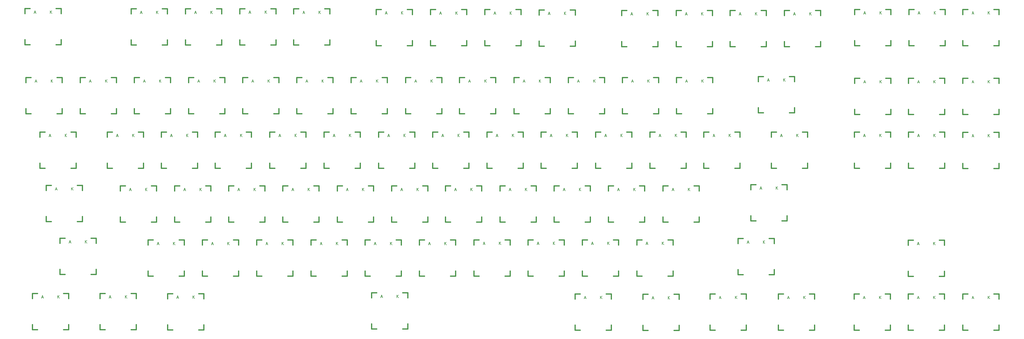
<source format=gbr>
G04 #@! TF.FileFunction,Legend,Top*
%FSLAX46Y46*%
G04 Gerber Fmt 4.6, Leading zero omitted, Abs format (unit mm)*
G04 Created by KiCad (PCBNEW 4.0.7) date Thu Sep  6 10:03:13 2018*
%MOMM*%
%LPD*%
G01*
G04 APERTURE LIST*
%ADD10C,0.150000*%
%ADD11C,0.381000*%
G04 APERTURE END LIST*
D10*
D11*
X101050000Y-39950000D02*
X99272000Y-39950000D01*
X90128000Y-39950000D02*
X88350000Y-39950000D01*
X88350000Y-39950000D02*
X88350000Y-38172000D01*
X88350000Y-29028000D02*
X88350000Y-27250000D01*
X88350000Y-27250000D02*
X90128000Y-27250000D01*
X99272000Y-27250000D02*
X101050000Y-27250000D01*
X101050000Y-27250000D02*
X101050000Y-29028000D01*
X101050000Y-38172000D02*
X101050000Y-39950000D01*
X120100000Y-39900000D02*
X118322000Y-39900000D01*
X109178000Y-39900000D02*
X107400000Y-39900000D01*
X107400000Y-39900000D02*
X107400000Y-38122000D01*
X107400000Y-28978000D02*
X107400000Y-27200000D01*
X107400000Y-27200000D02*
X109178000Y-27200000D01*
X118322000Y-27200000D02*
X120100000Y-27200000D01*
X120100000Y-27200000D02*
X120100000Y-28978000D01*
X120100000Y-38122000D02*
X120100000Y-39900000D01*
X139000000Y-39950000D02*
X137222000Y-39950000D01*
X128078000Y-39950000D02*
X126300000Y-39950000D01*
X126300000Y-39950000D02*
X126300000Y-38172000D01*
X126300000Y-29028000D02*
X126300000Y-27250000D01*
X126300000Y-27250000D02*
X128078000Y-27250000D01*
X137222000Y-27250000D02*
X139000000Y-27250000D01*
X139000000Y-27250000D02*
X139000000Y-29028000D01*
X139000000Y-38172000D02*
X139000000Y-39950000D01*
X167900000Y-40150000D02*
X166122000Y-40150000D01*
X156978000Y-40150000D02*
X155200000Y-40150000D01*
X155200000Y-40150000D02*
X155200000Y-38372000D01*
X155200000Y-29228000D02*
X155200000Y-27450000D01*
X155200000Y-27450000D02*
X156978000Y-27450000D01*
X166122000Y-27450000D02*
X167900000Y-27450000D01*
X167900000Y-27450000D02*
X167900000Y-29228000D01*
X167900000Y-38372000D02*
X167900000Y-40150000D01*
X187000000Y-40200000D02*
X185222000Y-40200000D01*
X176078000Y-40200000D02*
X174300000Y-40200000D01*
X174300000Y-40200000D02*
X174300000Y-38422000D01*
X174300000Y-29278000D02*
X174300000Y-27500000D01*
X174300000Y-27500000D02*
X176078000Y-27500000D01*
X185222000Y-27500000D02*
X187000000Y-27500000D01*
X187000000Y-27500000D02*
X187000000Y-29278000D01*
X187000000Y-38422000D02*
X187000000Y-40200000D01*
X206000000Y-40200000D02*
X204222000Y-40200000D01*
X195078000Y-40200000D02*
X193300000Y-40200000D01*
X193300000Y-40200000D02*
X193300000Y-38422000D01*
X193300000Y-29278000D02*
X193300000Y-27500000D01*
X193300000Y-27500000D02*
X195078000Y-27500000D01*
X204222000Y-27500000D02*
X206000000Y-27500000D01*
X206000000Y-27500000D02*
X206000000Y-29278000D01*
X206000000Y-38422000D02*
X206000000Y-40200000D01*
X225050000Y-40300000D02*
X223272000Y-40300000D01*
X214128000Y-40300000D02*
X212350000Y-40300000D01*
X212350000Y-40300000D02*
X212350000Y-38522000D01*
X212350000Y-29378000D02*
X212350000Y-27600000D01*
X212350000Y-27600000D02*
X214128000Y-27600000D01*
X223272000Y-27600000D02*
X225050000Y-27600000D01*
X225050000Y-27600000D02*
X225050000Y-29378000D01*
X225050000Y-38522000D02*
X225050000Y-40300000D01*
X254050000Y-40500000D02*
X252272000Y-40500000D01*
X243128000Y-40500000D02*
X241350000Y-40500000D01*
X241350000Y-40500000D02*
X241350000Y-38722000D01*
X241350000Y-29578000D02*
X241350000Y-27800000D01*
X241350000Y-27800000D02*
X243128000Y-27800000D01*
X252272000Y-27800000D02*
X254050000Y-27800000D01*
X254050000Y-27800000D02*
X254050000Y-29578000D01*
X254050000Y-38722000D02*
X254050000Y-40500000D01*
X273150000Y-40500000D02*
X271372000Y-40500000D01*
X262228000Y-40500000D02*
X260450000Y-40500000D01*
X260450000Y-40500000D02*
X260450000Y-38722000D01*
X260450000Y-29578000D02*
X260450000Y-27800000D01*
X260450000Y-27800000D02*
X262228000Y-27800000D01*
X271372000Y-27800000D02*
X273150000Y-27800000D01*
X273150000Y-27800000D02*
X273150000Y-29578000D01*
X273150000Y-38722000D02*
X273150000Y-40500000D01*
X292050000Y-40500000D02*
X290272000Y-40500000D01*
X281128000Y-40500000D02*
X279350000Y-40500000D01*
X279350000Y-40500000D02*
X279350000Y-38722000D01*
X279350000Y-29578000D02*
X279350000Y-27800000D01*
X279350000Y-27800000D02*
X281128000Y-27800000D01*
X290272000Y-27800000D02*
X292050000Y-27800000D01*
X292050000Y-27800000D02*
X292050000Y-29578000D01*
X292050000Y-38722000D02*
X292050000Y-40500000D01*
X311100000Y-40500000D02*
X309322000Y-40500000D01*
X300178000Y-40500000D02*
X298400000Y-40500000D01*
X298400000Y-40500000D02*
X298400000Y-38722000D01*
X298400000Y-29578000D02*
X298400000Y-27800000D01*
X298400000Y-27800000D02*
X300178000Y-27800000D01*
X309322000Y-27800000D02*
X311100000Y-27800000D01*
X311100000Y-27800000D02*
X311100000Y-29578000D01*
X311100000Y-38722000D02*
X311100000Y-40500000D01*
X335750000Y-40150000D02*
X333972000Y-40150000D01*
X324828000Y-40150000D02*
X323050000Y-40150000D01*
X323050000Y-40150000D02*
X323050000Y-38372000D01*
X323050000Y-29228000D02*
X323050000Y-27450000D01*
X323050000Y-27450000D02*
X324828000Y-27450000D01*
X333972000Y-27450000D02*
X335750000Y-27450000D01*
X335750000Y-27450000D02*
X335750000Y-29228000D01*
X335750000Y-38372000D02*
X335750000Y-40150000D01*
X354750000Y-40150000D02*
X352972000Y-40150000D01*
X343828000Y-40150000D02*
X342050000Y-40150000D01*
X342050000Y-40150000D02*
X342050000Y-38372000D01*
X342050000Y-29228000D02*
X342050000Y-27450000D01*
X342050000Y-27450000D02*
X343828000Y-27450000D01*
X352972000Y-27450000D02*
X354750000Y-27450000D01*
X354750000Y-27450000D02*
X354750000Y-29228000D01*
X354750000Y-38372000D02*
X354750000Y-40150000D01*
X373700000Y-40150000D02*
X371922000Y-40150000D01*
X362778000Y-40150000D02*
X361000000Y-40150000D01*
X361000000Y-40150000D02*
X361000000Y-38372000D01*
X361000000Y-29228000D02*
X361000000Y-27450000D01*
X361000000Y-27450000D02*
X362778000Y-27450000D01*
X371922000Y-27450000D02*
X373700000Y-27450000D01*
X373700000Y-27450000D02*
X373700000Y-29228000D01*
X373700000Y-38372000D02*
X373700000Y-40150000D01*
X45050000Y-64050000D02*
X43272000Y-64050000D01*
X34128000Y-64050000D02*
X32350000Y-64050000D01*
X32350000Y-64050000D02*
X32350000Y-62272000D01*
X32350000Y-53128000D02*
X32350000Y-51350000D01*
X32350000Y-51350000D02*
X34128000Y-51350000D01*
X43272000Y-51350000D02*
X45050000Y-51350000D01*
X45050000Y-51350000D02*
X45050000Y-53128000D01*
X45050000Y-62272000D02*
X45050000Y-64050000D01*
X64150000Y-64050000D02*
X62372000Y-64050000D01*
X53228000Y-64050000D02*
X51450000Y-64050000D01*
X51450000Y-64050000D02*
X51450000Y-62272000D01*
X51450000Y-53128000D02*
X51450000Y-51350000D01*
X51450000Y-51350000D02*
X53228000Y-51350000D01*
X62372000Y-51350000D02*
X64150000Y-51350000D01*
X64150000Y-51350000D02*
X64150000Y-53128000D01*
X64150000Y-62272000D02*
X64150000Y-64050000D01*
X83050000Y-64050000D02*
X81272000Y-64050000D01*
X72128000Y-64050000D02*
X70350000Y-64050000D01*
X70350000Y-64050000D02*
X70350000Y-62272000D01*
X70350000Y-53128000D02*
X70350000Y-51350000D01*
X70350000Y-51350000D02*
X72128000Y-51350000D01*
X81272000Y-51350000D02*
X83050000Y-51350000D01*
X83050000Y-51350000D02*
X83050000Y-53128000D01*
X83050000Y-62272000D02*
X83050000Y-64050000D01*
X102150000Y-64050000D02*
X100372000Y-64050000D01*
X91228000Y-64050000D02*
X89450000Y-64050000D01*
X89450000Y-64050000D02*
X89450000Y-62272000D01*
X89450000Y-53128000D02*
X89450000Y-51350000D01*
X89450000Y-51350000D02*
X91228000Y-51350000D01*
X100372000Y-51350000D02*
X102150000Y-51350000D01*
X102150000Y-51350000D02*
X102150000Y-53128000D01*
X102150000Y-62272000D02*
X102150000Y-64050000D01*
X121100000Y-64050000D02*
X119322000Y-64050000D01*
X110178000Y-64050000D02*
X108400000Y-64050000D01*
X108400000Y-64050000D02*
X108400000Y-62272000D01*
X108400000Y-53128000D02*
X108400000Y-51350000D01*
X108400000Y-51350000D02*
X110178000Y-51350000D01*
X119322000Y-51350000D02*
X121100000Y-51350000D01*
X121100000Y-51350000D02*
X121100000Y-53128000D01*
X121100000Y-62272000D02*
X121100000Y-64050000D01*
X140050000Y-64050000D02*
X138272000Y-64050000D01*
X129128000Y-64050000D02*
X127350000Y-64050000D01*
X127350000Y-64050000D02*
X127350000Y-62272000D01*
X127350000Y-53128000D02*
X127350000Y-51350000D01*
X127350000Y-51350000D02*
X129128000Y-51350000D01*
X138272000Y-51350000D02*
X140050000Y-51350000D01*
X140050000Y-51350000D02*
X140050000Y-53128000D01*
X140050000Y-62272000D02*
X140050000Y-64050000D01*
X159150000Y-64050000D02*
X157372000Y-64050000D01*
X148228000Y-64050000D02*
X146450000Y-64050000D01*
X146450000Y-64050000D02*
X146450000Y-62272000D01*
X146450000Y-53128000D02*
X146450000Y-51350000D01*
X146450000Y-51350000D02*
X148228000Y-51350000D01*
X157372000Y-51350000D02*
X159150000Y-51350000D01*
X159150000Y-51350000D02*
X159150000Y-53128000D01*
X159150000Y-62272000D02*
X159150000Y-64050000D01*
X178250000Y-64050000D02*
X176472000Y-64050000D01*
X167328000Y-64050000D02*
X165550000Y-64050000D01*
X165550000Y-64050000D02*
X165550000Y-62272000D01*
X165550000Y-53128000D02*
X165550000Y-51350000D01*
X165550000Y-51350000D02*
X167328000Y-51350000D01*
X176472000Y-51350000D02*
X178250000Y-51350000D01*
X178250000Y-51350000D02*
X178250000Y-53128000D01*
X178250000Y-62272000D02*
X178250000Y-64050000D01*
X197150000Y-64050000D02*
X195372000Y-64050000D01*
X186228000Y-64050000D02*
X184450000Y-64050000D01*
X184450000Y-64050000D02*
X184450000Y-62272000D01*
X184450000Y-53128000D02*
X184450000Y-51350000D01*
X184450000Y-51350000D02*
X186228000Y-51350000D01*
X195372000Y-51350000D02*
X197150000Y-51350000D01*
X197150000Y-51350000D02*
X197150000Y-53128000D01*
X197150000Y-62272000D02*
X197150000Y-64050000D01*
X216250000Y-64050000D02*
X214472000Y-64050000D01*
X205328000Y-64050000D02*
X203550000Y-64050000D01*
X203550000Y-64050000D02*
X203550000Y-62272000D01*
X203550000Y-53128000D02*
X203550000Y-51350000D01*
X203550000Y-51350000D02*
X205328000Y-51350000D01*
X214472000Y-51350000D02*
X216250000Y-51350000D01*
X216250000Y-51350000D02*
X216250000Y-53128000D01*
X216250000Y-62272000D02*
X216250000Y-64050000D01*
X235350000Y-64050000D02*
X233572000Y-64050000D01*
X224428000Y-64050000D02*
X222650000Y-64050000D01*
X222650000Y-64050000D02*
X222650000Y-62272000D01*
X222650000Y-53128000D02*
X222650000Y-51350000D01*
X222650000Y-51350000D02*
X224428000Y-51350000D01*
X233572000Y-51350000D02*
X235350000Y-51350000D01*
X235350000Y-51350000D02*
X235350000Y-53128000D01*
X235350000Y-62272000D02*
X235350000Y-64050000D01*
X254300000Y-64050000D02*
X252522000Y-64050000D01*
X243378000Y-64050000D02*
X241600000Y-64050000D01*
X241600000Y-64050000D02*
X241600000Y-62272000D01*
X241600000Y-53128000D02*
X241600000Y-51350000D01*
X241600000Y-51350000D02*
X243378000Y-51350000D01*
X252522000Y-51350000D02*
X254300000Y-51350000D01*
X254300000Y-51350000D02*
X254300000Y-53128000D01*
X254300000Y-62272000D02*
X254300000Y-64050000D01*
X273250000Y-64050000D02*
X271472000Y-64050000D01*
X262328000Y-64050000D02*
X260550000Y-64050000D01*
X260550000Y-64050000D02*
X260550000Y-62272000D01*
X260550000Y-53128000D02*
X260550000Y-51350000D01*
X260550000Y-51350000D02*
X262328000Y-51350000D01*
X271472000Y-51350000D02*
X273250000Y-51350000D01*
X273250000Y-51350000D02*
X273250000Y-53128000D01*
X273250000Y-62272000D02*
X273250000Y-64050000D01*
X301950000Y-63700000D02*
X300172000Y-63700000D01*
X291028000Y-63700000D02*
X289250000Y-63700000D01*
X289250000Y-63700000D02*
X289250000Y-61922000D01*
X289250000Y-52778000D02*
X289250000Y-51000000D01*
X289250000Y-51000000D02*
X291028000Y-51000000D01*
X300172000Y-51000000D02*
X301950000Y-51000000D01*
X301950000Y-51000000D02*
X301950000Y-52778000D01*
X301950000Y-61922000D02*
X301950000Y-63700000D01*
X335750000Y-64300000D02*
X333972000Y-64300000D01*
X324828000Y-64300000D02*
X323050000Y-64300000D01*
X323050000Y-64300000D02*
X323050000Y-62522000D01*
X323050000Y-53378000D02*
X323050000Y-51600000D01*
X323050000Y-51600000D02*
X324828000Y-51600000D01*
X333972000Y-51600000D02*
X335750000Y-51600000D01*
X335750000Y-51600000D02*
X335750000Y-53378000D01*
X335750000Y-62522000D02*
X335750000Y-64300000D01*
X354600000Y-64300000D02*
X352822000Y-64300000D01*
X343678000Y-64300000D02*
X341900000Y-64300000D01*
X341900000Y-64300000D02*
X341900000Y-62522000D01*
X341900000Y-53378000D02*
X341900000Y-51600000D01*
X341900000Y-51600000D02*
X343678000Y-51600000D01*
X352822000Y-51600000D02*
X354600000Y-51600000D01*
X354600000Y-51600000D02*
X354600000Y-53378000D01*
X354600000Y-62522000D02*
X354600000Y-64300000D01*
X373700000Y-64300000D02*
X371922000Y-64300000D01*
X362778000Y-64300000D02*
X361000000Y-64300000D01*
X361000000Y-64300000D02*
X361000000Y-62522000D01*
X361000000Y-53378000D02*
X361000000Y-51600000D01*
X361000000Y-51600000D02*
X362778000Y-51600000D01*
X371922000Y-51600000D02*
X373700000Y-51600000D01*
X373700000Y-51600000D02*
X373700000Y-53378000D01*
X373700000Y-62522000D02*
X373700000Y-64300000D01*
X49950000Y-83150000D02*
X48172000Y-83150000D01*
X39028000Y-83150000D02*
X37250000Y-83150000D01*
X37250000Y-83150000D02*
X37250000Y-81372000D01*
X37250000Y-72228000D02*
X37250000Y-70450000D01*
X37250000Y-70450000D02*
X39028000Y-70450000D01*
X48172000Y-70450000D02*
X49950000Y-70450000D01*
X49950000Y-70450000D02*
X49950000Y-72228000D01*
X49950000Y-81372000D02*
X49950000Y-83150000D01*
X73600000Y-83150000D02*
X71822000Y-83150000D01*
X62678000Y-83150000D02*
X60900000Y-83150000D01*
X60900000Y-83150000D02*
X60900000Y-81372000D01*
X60900000Y-72228000D02*
X60900000Y-70450000D01*
X60900000Y-70450000D02*
X62678000Y-70450000D01*
X71822000Y-70450000D02*
X73600000Y-70450000D01*
X73600000Y-70450000D02*
X73600000Y-72228000D01*
X73600000Y-81372000D02*
X73600000Y-83150000D01*
X92550000Y-83150000D02*
X90772000Y-83150000D01*
X81628000Y-83150000D02*
X79850000Y-83150000D01*
X79850000Y-83150000D02*
X79850000Y-81372000D01*
X79850000Y-72228000D02*
X79850000Y-70450000D01*
X79850000Y-70450000D02*
X81628000Y-70450000D01*
X90772000Y-70450000D02*
X92550000Y-70450000D01*
X92550000Y-70450000D02*
X92550000Y-72228000D01*
X92550000Y-81372000D02*
X92550000Y-83150000D01*
X111450000Y-83150000D02*
X109672000Y-83150000D01*
X100528000Y-83150000D02*
X98750000Y-83150000D01*
X98750000Y-83150000D02*
X98750000Y-81372000D01*
X98750000Y-72228000D02*
X98750000Y-70450000D01*
X98750000Y-70450000D02*
X100528000Y-70450000D01*
X109672000Y-70450000D02*
X111450000Y-70450000D01*
X111450000Y-70450000D02*
X111450000Y-72228000D01*
X111450000Y-81372000D02*
X111450000Y-83150000D01*
X130550000Y-83150000D02*
X128772000Y-83150000D01*
X119628000Y-83150000D02*
X117850000Y-83150000D01*
X117850000Y-83150000D02*
X117850000Y-81372000D01*
X117850000Y-72228000D02*
X117850000Y-70450000D01*
X117850000Y-70450000D02*
X119628000Y-70450000D01*
X128772000Y-70450000D02*
X130550000Y-70450000D01*
X130550000Y-70450000D02*
X130550000Y-72228000D01*
X130550000Y-81372000D02*
X130550000Y-83150000D01*
X149650000Y-83150000D02*
X147872000Y-83150000D01*
X138728000Y-83150000D02*
X136950000Y-83150000D01*
X136950000Y-83150000D02*
X136950000Y-81372000D01*
X136950000Y-72228000D02*
X136950000Y-70450000D01*
X136950000Y-70450000D02*
X138728000Y-70450000D01*
X147872000Y-70450000D02*
X149650000Y-70450000D01*
X149650000Y-70450000D02*
X149650000Y-72228000D01*
X149650000Y-81372000D02*
X149650000Y-83150000D01*
X168750000Y-83150000D02*
X166972000Y-83150000D01*
X157828000Y-83150000D02*
X156050000Y-83150000D01*
X156050000Y-83150000D02*
X156050000Y-81372000D01*
X156050000Y-72228000D02*
X156050000Y-70450000D01*
X156050000Y-70450000D02*
X157828000Y-70450000D01*
X166972000Y-70450000D02*
X168750000Y-70450000D01*
X168750000Y-70450000D02*
X168750000Y-72228000D01*
X168750000Y-81372000D02*
X168750000Y-83150000D01*
X187700000Y-83150000D02*
X185922000Y-83150000D01*
X176778000Y-83150000D02*
X175000000Y-83150000D01*
X175000000Y-83150000D02*
X175000000Y-81372000D01*
X175000000Y-72228000D02*
X175000000Y-70450000D01*
X175000000Y-70450000D02*
X176778000Y-70450000D01*
X185922000Y-70450000D02*
X187700000Y-70450000D01*
X187700000Y-70450000D02*
X187700000Y-72228000D01*
X187700000Y-81372000D02*
X187700000Y-83150000D01*
X206800000Y-83150000D02*
X205022000Y-83150000D01*
X195878000Y-83150000D02*
X194100000Y-83150000D01*
X194100000Y-83150000D02*
X194100000Y-81372000D01*
X194100000Y-72228000D02*
X194100000Y-70450000D01*
X194100000Y-70450000D02*
X195878000Y-70450000D01*
X205022000Y-70450000D02*
X206800000Y-70450000D01*
X206800000Y-70450000D02*
X206800000Y-72228000D01*
X206800000Y-81372000D02*
X206800000Y-83150000D01*
X225750000Y-83150000D02*
X223972000Y-83150000D01*
X214828000Y-83150000D02*
X213050000Y-83150000D01*
X213050000Y-83150000D02*
X213050000Y-81372000D01*
X213050000Y-72228000D02*
X213050000Y-70450000D01*
X213050000Y-70450000D02*
X214828000Y-70450000D01*
X223972000Y-70450000D02*
X225750000Y-70450000D01*
X225750000Y-70450000D02*
X225750000Y-72228000D01*
X225750000Y-81372000D02*
X225750000Y-83150000D01*
X244850000Y-83150000D02*
X243072000Y-83150000D01*
X233928000Y-83150000D02*
X232150000Y-83150000D01*
X232150000Y-83150000D02*
X232150000Y-81372000D01*
X232150000Y-72228000D02*
X232150000Y-70450000D01*
X232150000Y-70450000D02*
X233928000Y-70450000D01*
X243072000Y-70450000D02*
X244850000Y-70450000D01*
X244850000Y-70450000D02*
X244850000Y-72228000D01*
X244850000Y-81372000D02*
X244850000Y-83150000D01*
X263950000Y-83150000D02*
X262172000Y-83150000D01*
X253028000Y-83150000D02*
X251250000Y-83150000D01*
X251250000Y-83150000D02*
X251250000Y-81372000D01*
X251250000Y-72228000D02*
X251250000Y-70450000D01*
X251250000Y-70450000D02*
X253028000Y-70450000D01*
X262172000Y-70450000D02*
X263950000Y-70450000D01*
X263950000Y-70450000D02*
X263950000Y-72228000D01*
X263950000Y-81372000D02*
X263950000Y-83150000D01*
X282850000Y-83150000D02*
X281072000Y-83150000D01*
X271928000Y-83150000D02*
X270150000Y-83150000D01*
X270150000Y-83150000D02*
X270150000Y-81372000D01*
X270150000Y-72228000D02*
X270150000Y-70450000D01*
X270150000Y-70450000D02*
X271928000Y-70450000D01*
X281072000Y-70450000D02*
X282850000Y-70450000D01*
X282850000Y-70450000D02*
X282850000Y-72228000D01*
X282850000Y-81372000D02*
X282850000Y-83150000D01*
X306550000Y-83150000D02*
X304772000Y-83150000D01*
X295628000Y-83150000D02*
X293850000Y-83150000D01*
X293850000Y-83150000D02*
X293850000Y-81372000D01*
X293850000Y-72228000D02*
X293850000Y-70450000D01*
X293850000Y-70450000D02*
X295628000Y-70450000D01*
X304772000Y-70450000D02*
X306550000Y-70450000D01*
X306550000Y-70450000D02*
X306550000Y-72228000D01*
X306550000Y-81372000D02*
X306550000Y-83150000D01*
X335650000Y-83150000D02*
X333872000Y-83150000D01*
X324728000Y-83150000D02*
X322950000Y-83150000D01*
X322950000Y-83150000D02*
X322950000Y-81372000D01*
X322950000Y-72228000D02*
X322950000Y-70450000D01*
X322950000Y-70450000D02*
X324728000Y-70450000D01*
X333872000Y-70450000D02*
X335650000Y-70450000D01*
X335650000Y-70450000D02*
X335650000Y-72228000D01*
X335650000Y-81372000D02*
X335650000Y-83150000D01*
X354600000Y-83150000D02*
X352822000Y-83150000D01*
X343678000Y-83150000D02*
X341900000Y-83150000D01*
X341900000Y-83150000D02*
X341900000Y-81372000D01*
X341900000Y-72228000D02*
X341900000Y-70450000D01*
X341900000Y-70450000D02*
X343678000Y-70450000D01*
X352822000Y-70450000D02*
X354600000Y-70450000D01*
X354600000Y-70450000D02*
X354600000Y-72228000D01*
X354600000Y-81372000D02*
X354600000Y-83150000D01*
X373700000Y-83250000D02*
X371922000Y-83250000D01*
X362778000Y-83250000D02*
X361000000Y-83250000D01*
X361000000Y-83250000D02*
X361000000Y-81472000D01*
X361000000Y-72328000D02*
X361000000Y-70550000D01*
X361000000Y-70550000D02*
X362778000Y-70550000D01*
X371922000Y-70550000D02*
X373700000Y-70550000D01*
X373700000Y-70550000D02*
X373700000Y-72328000D01*
X373700000Y-81472000D02*
X373700000Y-83250000D01*
X52200000Y-101900000D02*
X50422000Y-101900000D01*
X41278000Y-101900000D02*
X39500000Y-101900000D01*
X39500000Y-101900000D02*
X39500000Y-100122000D01*
X39500000Y-90978000D02*
X39500000Y-89200000D01*
X39500000Y-89200000D02*
X41278000Y-89200000D01*
X50422000Y-89200000D02*
X52200000Y-89200000D01*
X52200000Y-89200000D02*
X52200000Y-90978000D01*
X52200000Y-100122000D02*
X52200000Y-101900000D01*
X78150000Y-102100000D02*
X76372000Y-102100000D01*
X67228000Y-102100000D02*
X65450000Y-102100000D01*
X65450000Y-102100000D02*
X65450000Y-100322000D01*
X65450000Y-91178000D02*
X65450000Y-89400000D01*
X65450000Y-89400000D02*
X67228000Y-89400000D01*
X76372000Y-89400000D02*
X78150000Y-89400000D01*
X78150000Y-89400000D02*
X78150000Y-91178000D01*
X78150000Y-100322000D02*
X78150000Y-102100000D01*
X97250000Y-102100000D02*
X95472000Y-102100000D01*
X86328000Y-102100000D02*
X84550000Y-102100000D01*
X84550000Y-102100000D02*
X84550000Y-100322000D01*
X84550000Y-91178000D02*
X84550000Y-89400000D01*
X84550000Y-89400000D02*
X86328000Y-89400000D01*
X95472000Y-89400000D02*
X97250000Y-89400000D01*
X97250000Y-89400000D02*
X97250000Y-91178000D01*
X97250000Y-100322000D02*
X97250000Y-102100000D01*
X116200000Y-102100000D02*
X114422000Y-102100000D01*
X105278000Y-102100000D02*
X103500000Y-102100000D01*
X103500000Y-102100000D02*
X103500000Y-100322000D01*
X103500000Y-91178000D02*
X103500000Y-89400000D01*
X103500000Y-89400000D02*
X105278000Y-89400000D01*
X114422000Y-89400000D02*
X116200000Y-89400000D01*
X116200000Y-89400000D02*
X116200000Y-91178000D01*
X116200000Y-100322000D02*
X116200000Y-102100000D01*
X135150000Y-102100000D02*
X133372000Y-102100000D01*
X124228000Y-102100000D02*
X122450000Y-102100000D01*
X122450000Y-102100000D02*
X122450000Y-100322000D01*
X122450000Y-91178000D02*
X122450000Y-89400000D01*
X122450000Y-89400000D02*
X124228000Y-89400000D01*
X133372000Y-89400000D02*
X135150000Y-89400000D01*
X135150000Y-89400000D02*
X135150000Y-91178000D01*
X135150000Y-100322000D02*
X135150000Y-102100000D01*
X154250000Y-102100000D02*
X152472000Y-102100000D01*
X143328000Y-102100000D02*
X141550000Y-102100000D01*
X141550000Y-102100000D02*
X141550000Y-100322000D01*
X141550000Y-91178000D02*
X141550000Y-89400000D01*
X141550000Y-89400000D02*
X143328000Y-89400000D01*
X152472000Y-89400000D02*
X154250000Y-89400000D01*
X154250000Y-89400000D02*
X154250000Y-91178000D01*
X154250000Y-100322000D02*
X154250000Y-102100000D01*
X173350000Y-102100000D02*
X171572000Y-102100000D01*
X162428000Y-102100000D02*
X160650000Y-102100000D01*
X160650000Y-102100000D02*
X160650000Y-100322000D01*
X160650000Y-91178000D02*
X160650000Y-89400000D01*
X160650000Y-89400000D02*
X162428000Y-89400000D01*
X171572000Y-89400000D02*
X173350000Y-89400000D01*
X173350000Y-89400000D02*
X173350000Y-91178000D01*
X173350000Y-100322000D02*
X173350000Y-102100000D01*
X192250000Y-102100000D02*
X190472000Y-102100000D01*
X181328000Y-102100000D02*
X179550000Y-102100000D01*
X179550000Y-102100000D02*
X179550000Y-100322000D01*
X179550000Y-91178000D02*
X179550000Y-89400000D01*
X179550000Y-89400000D02*
X181328000Y-89400000D01*
X190472000Y-89400000D02*
X192250000Y-89400000D01*
X192250000Y-89400000D02*
X192250000Y-91178000D01*
X192250000Y-100322000D02*
X192250000Y-102100000D01*
X211350000Y-102100000D02*
X209572000Y-102100000D01*
X200428000Y-102100000D02*
X198650000Y-102100000D01*
X198650000Y-102100000D02*
X198650000Y-100322000D01*
X198650000Y-91178000D02*
X198650000Y-89400000D01*
X198650000Y-89400000D02*
X200428000Y-89400000D01*
X209572000Y-89400000D02*
X211350000Y-89400000D01*
X211350000Y-89400000D02*
X211350000Y-91178000D01*
X211350000Y-100322000D02*
X211350000Y-102100000D01*
X230300000Y-102100000D02*
X228522000Y-102100000D01*
X219378000Y-102100000D02*
X217600000Y-102100000D01*
X217600000Y-102100000D02*
X217600000Y-100322000D01*
X217600000Y-91178000D02*
X217600000Y-89400000D01*
X217600000Y-89400000D02*
X219378000Y-89400000D01*
X228522000Y-89400000D02*
X230300000Y-89400000D01*
X230300000Y-89400000D02*
X230300000Y-91178000D01*
X230300000Y-100322000D02*
X230300000Y-102100000D01*
X249400000Y-102100000D02*
X247622000Y-102100000D01*
X238478000Y-102100000D02*
X236700000Y-102100000D01*
X236700000Y-102100000D02*
X236700000Y-100322000D01*
X236700000Y-91178000D02*
X236700000Y-89400000D01*
X236700000Y-89400000D02*
X238478000Y-89400000D01*
X247622000Y-89400000D02*
X249400000Y-89400000D01*
X249400000Y-89400000D02*
X249400000Y-91178000D01*
X249400000Y-100322000D02*
X249400000Y-102100000D01*
X268500000Y-102100000D02*
X266722000Y-102100000D01*
X257578000Y-102100000D02*
X255800000Y-102100000D01*
X255800000Y-102100000D02*
X255800000Y-100322000D01*
X255800000Y-91178000D02*
X255800000Y-89400000D01*
X255800000Y-89400000D02*
X257578000Y-89400000D01*
X266722000Y-89400000D02*
X268500000Y-89400000D01*
X268500000Y-89400000D02*
X268500000Y-91178000D01*
X268500000Y-100322000D02*
X268500000Y-102100000D01*
X299350000Y-101600000D02*
X297572000Y-101600000D01*
X288428000Y-101600000D02*
X286650000Y-101600000D01*
X286650000Y-101600000D02*
X286650000Y-99822000D01*
X286650000Y-90678000D02*
X286650000Y-88900000D01*
X286650000Y-88900000D02*
X288428000Y-88900000D01*
X297572000Y-88900000D02*
X299350000Y-88900000D01*
X299350000Y-88900000D02*
X299350000Y-90678000D01*
X299350000Y-99822000D02*
X299350000Y-101600000D01*
X57000000Y-120450000D02*
X55222000Y-120450000D01*
X46078000Y-120450000D02*
X44300000Y-120450000D01*
X44300000Y-120450000D02*
X44300000Y-118672000D01*
X44300000Y-109528000D02*
X44300000Y-107750000D01*
X44300000Y-107750000D02*
X46078000Y-107750000D01*
X55222000Y-107750000D02*
X57000000Y-107750000D01*
X57000000Y-107750000D02*
X57000000Y-109528000D01*
X57000000Y-118672000D02*
X57000000Y-120450000D01*
X87900000Y-121050000D02*
X86122000Y-121050000D01*
X76978000Y-121050000D02*
X75200000Y-121050000D01*
X75200000Y-121050000D02*
X75200000Y-119272000D01*
X75200000Y-110128000D02*
X75200000Y-108350000D01*
X75200000Y-108350000D02*
X76978000Y-108350000D01*
X86122000Y-108350000D02*
X87900000Y-108350000D01*
X87900000Y-108350000D02*
X87900000Y-110128000D01*
X87900000Y-119272000D02*
X87900000Y-121050000D01*
X106950000Y-121050000D02*
X105172000Y-121050000D01*
X96028000Y-121050000D02*
X94250000Y-121050000D01*
X94250000Y-121050000D02*
X94250000Y-119272000D01*
X94250000Y-110128000D02*
X94250000Y-108350000D01*
X94250000Y-108350000D02*
X96028000Y-108350000D01*
X105172000Y-108350000D02*
X106950000Y-108350000D01*
X106950000Y-108350000D02*
X106950000Y-110128000D01*
X106950000Y-119272000D02*
X106950000Y-121050000D01*
X126050000Y-121050000D02*
X124272000Y-121050000D01*
X115128000Y-121050000D02*
X113350000Y-121050000D01*
X113350000Y-121050000D02*
X113350000Y-119272000D01*
X113350000Y-110128000D02*
X113350000Y-108350000D01*
X113350000Y-108350000D02*
X115128000Y-108350000D01*
X124272000Y-108350000D02*
X126050000Y-108350000D01*
X126050000Y-108350000D02*
X126050000Y-110128000D01*
X126050000Y-119272000D02*
X126050000Y-121050000D01*
X145100000Y-121050000D02*
X143322000Y-121050000D01*
X134178000Y-121050000D02*
X132400000Y-121050000D01*
X132400000Y-121050000D02*
X132400000Y-119272000D01*
X132400000Y-110128000D02*
X132400000Y-108350000D01*
X132400000Y-108350000D02*
X134178000Y-108350000D01*
X143322000Y-108350000D02*
X145100000Y-108350000D01*
X145100000Y-108350000D02*
X145100000Y-110128000D01*
X145100000Y-119272000D02*
X145100000Y-121050000D01*
X164050000Y-121050000D02*
X162272000Y-121050000D01*
X153128000Y-121050000D02*
X151350000Y-121050000D01*
X151350000Y-121050000D02*
X151350000Y-119272000D01*
X151350000Y-110128000D02*
X151350000Y-108350000D01*
X151350000Y-108350000D02*
X153128000Y-108350000D01*
X162272000Y-108350000D02*
X164050000Y-108350000D01*
X164050000Y-108350000D02*
X164050000Y-110128000D01*
X164050000Y-119272000D02*
X164050000Y-121050000D01*
X183100000Y-121050000D02*
X181322000Y-121050000D01*
X172178000Y-121050000D02*
X170400000Y-121050000D01*
X170400000Y-121050000D02*
X170400000Y-119272000D01*
X170400000Y-110128000D02*
X170400000Y-108350000D01*
X170400000Y-108350000D02*
X172178000Y-108350000D01*
X181322000Y-108350000D02*
X183100000Y-108350000D01*
X183100000Y-108350000D02*
X183100000Y-110128000D01*
X183100000Y-119272000D02*
X183100000Y-121050000D01*
X202250000Y-121000000D02*
X200472000Y-121000000D01*
X191328000Y-121000000D02*
X189550000Y-121000000D01*
X189550000Y-121000000D02*
X189550000Y-119222000D01*
X189550000Y-110078000D02*
X189550000Y-108300000D01*
X189550000Y-108300000D02*
X191328000Y-108300000D01*
X200472000Y-108300000D02*
X202250000Y-108300000D01*
X202250000Y-108300000D02*
X202250000Y-110078000D01*
X202250000Y-119222000D02*
X202250000Y-121000000D01*
X221150000Y-121000000D02*
X219372000Y-121000000D01*
X210228000Y-121000000D02*
X208450000Y-121000000D01*
X208450000Y-121000000D02*
X208450000Y-119222000D01*
X208450000Y-110078000D02*
X208450000Y-108300000D01*
X208450000Y-108300000D02*
X210228000Y-108300000D01*
X219372000Y-108300000D02*
X221150000Y-108300000D01*
X221150000Y-108300000D02*
X221150000Y-110078000D01*
X221150000Y-119222000D02*
X221150000Y-121000000D01*
X240250000Y-121000000D02*
X238472000Y-121000000D01*
X229328000Y-121000000D02*
X227550000Y-121000000D01*
X227550000Y-121000000D02*
X227550000Y-119222000D01*
X227550000Y-110078000D02*
X227550000Y-108300000D01*
X227550000Y-108300000D02*
X229328000Y-108300000D01*
X238472000Y-108300000D02*
X240250000Y-108300000D01*
X240250000Y-108300000D02*
X240250000Y-110078000D01*
X240250000Y-119222000D02*
X240250000Y-121000000D01*
X259350000Y-121000000D02*
X257572000Y-121000000D01*
X248428000Y-121000000D02*
X246650000Y-121000000D01*
X246650000Y-121000000D02*
X246650000Y-119222000D01*
X246650000Y-110078000D02*
X246650000Y-108300000D01*
X246650000Y-108300000D02*
X248428000Y-108300000D01*
X257572000Y-108300000D02*
X259350000Y-108300000D01*
X259350000Y-108300000D02*
X259350000Y-110078000D01*
X259350000Y-119222000D02*
X259350000Y-121000000D01*
X294800000Y-120550000D02*
X293022000Y-120550000D01*
X283878000Y-120550000D02*
X282100000Y-120550000D01*
X282100000Y-120550000D02*
X282100000Y-118772000D01*
X282100000Y-109628000D02*
X282100000Y-107850000D01*
X282100000Y-107850000D02*
X283878000Y-107850000D01*
X293022000Y-107850000D02*
X294800000Y-107850000D01*
X294800000Y-107850000D02*
X294800000Y-109628000D01*
X294800000Y-118772000D02*
X294800000Y-120550000D01*
X354550000Y-121100000D02*
X352772000Y-121100000D01*
X343628000Y-121100000D02*
X341850000Y-121100000D01*
X341850000Y-121100000D02*
X341850000Y-119322000D01*
X341850000Y-110178000D02*
X341850000Y-108400000D01*
X341850000Y-108400000D02*
X343628000Y-108400000D01*
X352772000Y-108400000D02*
X354550000Y-108400000D01*
X354550000Y-108400000D02*
X354550000Y-110178000D01*
X354550000Y-119322000D02*
X354550000Y-121100000D01*
X47350000Y-139800000D02*
X45572000Y-139800000D01*
X36428000Y-139800000D02*
X34650000Y-139800000D01*
X34650000Y-139800000D02*
X34650000Y-138022000D01*
X34650000Y-128878000D02*
X34650000Y-127100000D01*
X34650000Y-127100000D02*
X36428000Y-127100000D01*
X45572000Y-127100000D02*
X47350000Y-127100000D01*
X47350000Y-127100000D02*
X47350000Y-128878000D01*
X47350000Y-138022000D02*
X47350000Y-139800000D01*
X71050000Y-139800000D02*
X69272000Y-139800000D01*
X60128000Y-139800000D02*
X58350000Y-139800000D01*
X58350000Y-139800000D02*
X58350000Y-138022000D01*
X58350000Y-128878000D02*
X58350000Y-127100000D01*
X58350000Y-127100000D02*
X60128000Y-127100000D01*
X69272000Y-127100000D02*
X71050000Y-127100000D01*
X71050000Y-127100000D02*
X71050000Y-128878000D01*
X71050000Y-138022000D02*
X71050000Y-139800000D01*
X94800000Y-139900000D02*
X93022000Y-139900000D01*
X83878000Y-139900000D02*
X82100000Y-139900000D01*
X82100000Y-139900000D02*
X82100000Y-138122000D01*
X82100000Y-128978000D02*
X82100000Y-127200000D01*
X82100000Y-127200000D02*
X83878000Y-127200000D01*
X93022000Y-127200000D02*
X94800000Y-127200000D01*
X94800000Y-127200000D02*
X94800000Y-128978000D01*
X94800000Y-138122000D02*
X94800000Y-139900000D01*
X166300000Y-139600000D02*
X164522000Y-139600000D01*
X155378000Y-139600000D02*
X153600000Y-139600000D01*
X153600000Y-139600000D02*
X153600000Y-137822000D01*
X153600000Y-128678000D02*
X153600000Y-126900000D01*
X153600000Y-126900000D02*
X155378000Y-126900000D01*
X164522000Y-126900000D02*
X166300000Y-126900000D01*
X166300000Y-126900000D02*
X166300000Y-128678000D01*
X166300000Y-137822000D02*
X166300000Y-139600000D01*
X237700000Y-140000000D02*
X235922000Y-140000000D01*
X226778000Y-140000000D02*
X225000000Y-140000000D01*
X225000000Y-140000000D02*
X225000000Y-138222000D01*
X225000000Y-129078000D02*
X225000000Y-127300000D01*
X225000000Y-127300000D02*
X226778000Y-127300000D01*
X235922000Y-127300000D02*
X237700000Y-127300000D01*
X237700000Y-127300000D02*
X237700000Y-129078000D01*
X237700000Y-138222000D02*
X237700000Y-140000000D01*
X261450000Y-140100000D02*
X259672000Y-140100000D01*
X250528000Y-140100000D02*
X248750000Y-140100000D01*
X248750000Y-140100000D02*
X248750000Y-138322000D01*
X248750000Y-129178000D02*
X248750000Y-127400000D01*
X248750000Y-127400000D02*
X250528000Y-127400000D01*
X259672000Y-127400000D02*
X261450000Y-127400000D01*
X261450000Y-127400000D02*
X261450000Y-129178000D01*
X261450000Y-138322000D02*
X261450000Y-140100000D01*
X285050000Y-140000000D02*
X283272000Y-140000000D01*
X274128000Y-140000000D02*
X272350000Y-140000000D01*
X272350000Y-140000000D02*
X272350000Y-138222000D01*
X272350000Y-129078000D02*
X272350000Y-127300000D01*
X272350000Y-127300000D02*
X274128000Y-127300000D01*
X283272000Y-127300000D02*
X285050000Y-127300000D01*
X285050000Y-127300000D02*
X285050000Y-129078000D01*
X285050000Y-138222000D02*
X285050000Y-140000000D01*
X309000000Y-140000000D02*
X307222000Y-140000000D01*
X298078000Y-140000000D02*
X296300000Y-140000000D01*
X296300000Y-140000000D02*
X296300000Y-138222000D01*
X296300000Y-129078000D02*
X296300000Y-127300000D01*
X296300000Y-127300000D02*
X298078000Y-127300000D01*
X307222000Y-127300000D02*
X309000000Y-127300000D01*
X309000000Y-127300000D02*
X309000000Y-129078000D01*
X309000000Y-138222000D02*
X309000000Y-140000000D01*
X335550000Y-140000000D02*
X333772000Y-140000000D01*
X324628000Y-140000000D02*
X322850000Y-140000000D01*
X322850000Y-140000000D02*
X322850000Y-138222000D01*
X322850000Y-129078000D02*
X322850000Y-127300000D01*
X322850000Y-127300000D02*
X324628000Y-127300000D01*
X333772000Y-127300000D02*
X335550000Y-127300000D01*
X335550000Y-127300000D02*
X335550000Y-129078000D01*
X335550000Y-138222000D02*
X335550000Y-140000000D01*
X354550000Y-140000000D02*
X352772000Y-140000000D01*
X343628000Y-140000000D02*
X341850000Y-140000000D01*
X341850000Y-140000000D02*
X341850000Y-138222000D01*
X341850000Y-129078000D02*
X341850000Y-127300000D01*
X341850000Y-127300000D02*
X343628000Y-127300000D01*
X352772000Y-127300000D02*
X354550000Y-127300000D01*
X354550000Y-127300000D02*
X354550000Y-129078000D01*
X354550000Y-138222000D02*
X354550000Y-140000000D01*
X373700000Y-140000000D02*
X371922000Y-140000000D01*
X362778000Y-140000000D02*
X361000000Y-140000000D01*
X361000000Y-140000000D02*
X361000000Y-138222000D01*
X361000000Y-129078000D02*
X361000000Y-127300000D01*
X361000000Y-127300000D02*
X362778000Y-127300000D01*
X371922000Y-127300000D02*
X373700000Y-127300000D01*
X373700000Y-127300000D02*
X373700000Y-129078000D01*
X373700000Y-138222000D02*
X373700000Y-140000000D01*
X44750000Y-39850000D02*
X42972000Y-39850000D01*
X33828000Y-39850000D02*
X32050000Y-39850000D01*
X32050000Y-39850000D02*
X32050000Y-38072000D01*
X32050000Y-28928000D02*
X32050000Y-27150000D01*
X32050000Y-27150000D02*
X33828000Y-27150000D01*
X42972000Y-27150000D02*
X44750000Y-27150000D01*
X44750000Y-27150000D02*
X44750000Y-28928000D01*
X44750000Y-38072000D02*
X44750000Y-39850000D01*
X82000000Y-39950000D02*
X80222000Y-39950000D01*
X71078000Y-39950000D02*
X69300000Y-39950000D01*
X69300000Y-39950000D02*
X69300000Y-38172000D01*
X69300000Y-29028000D02*
X69300000Y-27250000D01*
X69300000Y-27250000D02*
X71078000Y-27250000D01*
X80222000Y-27250000D02*
X82000000Y-27250000D01*
X82000000Y-27250000D02*
X82000000Y-29028000D01*
X82000000Y-38172000D02*
X82000000Y-39950000D01*
D10*
X91667905Y-28686667D02*
X92144096Y-28686667D01*
X91572667Y-28972381D02*
X91906000Y-27972381D01*
X92239334Y-28972381D01*
X97232095Y-28972381D02*
X97232095Y-27972381D01*
X97803524Y-28972381D02*
X97374952Y-28400952D01*
X97803524Y-27972381D02*
X97232095Y-28543810D01*
X110717905Y-28636667D02*
X111194096Y-28636667D01*
X110622667Y-28922381D02*
X110956000Y-27922381D01*
X111289334Y-28922381D01*
X116282095Y-28922381D02*
X116282095Y-27922381D01*
X116853524Y-28922381D02*
X116424952Y-28350952D01*
X116853524Y-27922381D02*
X116282095Y-28493810D01*
X129617905Y-28686667D02*
X130094096Y-28686667D01*
X129522667Y-28972381D02*
X129856000Y-27972381D01*
X130189334Y-28972381D01*
X135182095Y-28972381D02*
X135182095Y-27972381D01*
X135753524Y-28972381D02*
X135324952Y-28400952D01*
X135753524Y-27972381D02*
X135182095Y-28543810D01*
X158517905Y-28886667D02*
X158994096Y-28886667D01*
X158422667Y-29172381D02*
X158756000Y-28172381D01*
X159089334Y-29172381D01*
X164082095Y-29172381D02*
X164082095Y-28172381D01*
X164653524Y-29172381D02*
X164224952Y-28600952D01*
X164653524Y-28172381D02*
X164082095Y-28743810D01*
X177617905Y-28936667D02*
X178094096Y-28936667D01*
X177522667Y-29222381D02*
X177856000Y-28222381D01*
X178189334Y-29222381D01*
X183182095Y-29222381D02*
X183182095Y-28222381D01*
X183753524Y-29222381D02*
X183324952Y-28650952D01*
X183753524Y-28222381D02*
X183182095Y-28793810D01*
X196617905Y-28936667D02*
X197094096Y-28936667D01*
X196522667Y-29222381D02*
X196856000Y-28222381D01*
X197189334Y-29222381D01*
X202182095Y-29222381D02*
X202182095Y-28222381D01*
X202753524Y-29222381D02*
X202324952Y-28650952D01*
X202753524Y-28222381D02*
X202182095Y-28793810D01*
X215667905Y-29036667D02*
X216144096Y-29036667D01*
X215572667Y-29322381D02*
X215906000Y-28322381D01*
X216239334Y-29322381D01*
X221232095Y-29322381D02*
X221232095Y-28322381D01*
X221803524Y-29322381D02*
X221374952Y-28750952D01*
X221803524Y-28322381D02*
X221232095Y-28893810D01*
X244667905Y-29236667D02*
X245144096Y-29236667D01*
X244572667Y-29522381D02*
X244906000Y-28522381D01*
X245239334Y-29522381D01*
X250232095Y-29522381D02*
X250232095Y-28522381D01*
X250803524Y-29522381D02*
X250374952Y-28950952D01*
X250803524Y-28522381D02*
X250232095Y-29093810D01*
X263767905Y-29236667D02*
X264244096Y-29236667D01*
X263672667Y-29522381D02*
X264006000Y-28522381D01*
X264339334Y-29522381D01*
X269332095Y-29522381D02*
X269332095Y-28522381D01*
X269903524Y-29522381D02*
X269474952Y-28950952D01*
X269903524Y-28522381D02*
X269332095Y-29093810D01*
X282667905Y-29236667D02*
X283144096Y-29236667D01*
X282572667Y-29522381D02*
X282906000Y-28522381D01*
X283239334Y-29522381D01*
X288232095Y-29522381D02*
X288232095Y-28522381D01*
X288803524Y-29522381D02*
X288374952Y-28950952D01*
X288803524Y-28522381D02*
X288232095Y-29093810D01*
X301717905Y-29236667D02*
X302194096Y-29236667D01*
X301622667Y-29522381D02*
X301956000Y-28522381D01*
X302289334Y-29522381D01*
X307282095Y-29522381D02*
X307282095Y-28522381D01*
X307853524Y-29522381D02*
X307424952Y-28950952D01*
X307853524Y-28522381D02*
X307282095Y-29093810D01*
X326367905Y-28886667D02*
X326844096Y-28886667D01*
X326272667Y-29172381D02*
X326606000Y-28172381D01*
X326939334Y-29172381D01*
X331932095Y-29172381D02*
X331932095Y-28172381D01*
X332503524Y-29172381D02*
X332074952Y-28600952D01*
X332503524Y-28172381D02*
X331932095Y-28743810D01*
X345367905Y-28886667D02*
X345844096Y-28886667D01*
X345272667Y-29172381D02*
X345606000Y-28172381D01*
X345939334Y-29172381D01*
X350932095Y-29172381D02*
X350932095Y-28172381D01*
X351503524Y-29172381D02*
X351074952Y-28600952D01*
X351503524Y-28172381D02*
X350932095Y-28743810D01*
X364317905Y-28886667D02*
X364794096Y-28886667D01*
X364222667Y-29172381D02*
X364556000Y-28172381D01*
X364889334Y-29172381D01*
X369882095Y-29172381D02*
X369882095Y-28172381D01*
X370453524Y-29172381D02*
X370024952Y-28600952D01*
X370453524Y-28172381D02*
X369882095Y-28743810D01*
X35667905Y-52786667D02*
X36144096Y-52786667D01*
X35572667Y-53072381D02*
X35906000Y-52072381D01*
X36239334Y-53072381D01*
X41232095Y-53072381D02*
X41232095Y-52072381D01*
X41803524Y-53072381D02*
X41374952Y-52500952D01*
X41803524Y-52072381D02*
X41232095Y-52643810D01*
X54767905Y-52786667D02*
X55244096Y-52786667D01*
X54672667Y-53072381D02*
X55006000Y-52072381D01*
X55339334Y-53072381D01*
X60332095Y-53072381D02*
X60332095Y-52072381D01*
X60903524Y-53072381D02*
X60474952Y-52500952D01*
X60903524Y-52072381D02*
X60332095Y-52643810D01*
X73667905Y-52786667D02*
X74144096Y-52786667D01*
X73572667Y-53072381D02*
X73906000Y-52072381D01*
X74239334Y-53072381D01*
X79232095Y-53072381D02*
X79232095Y-52072381D01*
X79803524Y-53072381D02*
X79374952Y-52500952D01*
X79803524Y-52072381D02*
X79232095Y-52643810D01*
X92767905Y-52786667D02*
X93244096Y-52786667D01*
X92672667Y-53072381D02*
X93006000Y-52072381D01*
X93339334Y-53072381D01*
X98332095Y-53072381D02*
X98332095Y-52072381D01*
X98903524Y-53072381D02*
X98474952Y-52500952D01*
X98903524Y-52072381D02*
X98332095Y-52643810D01*
X111717905Y-52786667D02*
X112194096Y-52786667D01*
X111622667Y-53072381D02*
X111956000Y-52072381D01*
X112289334Y-53072381D01*
X117282095Y-53072381D02*
X117282095Y-52072381D01*
X117853524Y-53072381D02*
X117424952Y-52500952D01*
X117853524Y-52072381D02*
X117282095Y-52643810D01*
X130667905Y-52786667D02*
X131144096Y-52786667D01*
X130572667Y-53072381D02*
X130906000Y-52072381D01*
X131239334Y-53072381D01*
X136232095Y-53072381D02*
X136232095Y-52072381D01*
X136803524Y-53072381D02*
X136374952Y-52500952D01*
X136803524Y-52072381D02*
X136232095Y-52643810D01*
X149767905Y-52786667D02*
X150244096Y-52786667D01*
X149672667Y-53072381D02*
X150006000Y-52072381D01*
X150339334Y-53072381D01*
X155332095Y-53072381D02*
X155332095Y-52072381D01*
X155903524Y-53072381D02*
X155474952Y-52500952D01*
X155903524Y-52072381D02*
X155332095Y-52643810D01*
X168867905Y-52786667D02*
X169344096Y-52786667D01*
X168772667Y-53072381D02*
X169106000Y-52072381D01*
X169439334Y-53072381D01*
X174432095Y-53072381D02*
X174432095Y-52072381D01*
X175003524Y-53072381D02*
X174574952Y-52500952D01*
X175003524Y-52072381D02*
X174432095Y-52643810D01*
X187767905Y-52786667D02*
X188244096Y-52786667D01*
X187672667Y-53072381D02*
X188006000Y-52072381D01*
X188339334Y-53072381D01*
X193332095Y-53072381D02*
X193332095Y-52072381D01*
X193903524Y-53072381D02*
X193474952Y-52500952D01*
X193903524Y-52072381D02*
X193332095Y-52643810D01*
X206867905Y-52786667D02*
X207344096Y-52786667D01*
X206772667Y-53072381D02*
X207106000Y-52072381D01*
X207439334Y-53072381D01*
X212432095Y-53072381D02*
X212432095Y-52072381D01*
X213003524Y-53072381D02*
X212574952Y-52500952D01*
X213003524Y-52072381D02*
X212432095Y-52643810D01*
X225967905Y-52786667D02*
X226444096Y-52786667D01*
X225872667Y-53072381D02*
X226206000Y-52072381D01*
X226539334Y-53072381D01*
X231532095Y-53072381D02*
X231532095Y-52072381D01*
X232103524Y-53072381D02*
X231674952Y-52500952D01*
X232103524Y-52072381D02*
X231532095Y-52643810D01*
X244917905Y-52786667D02*
X245394096Y-52786667D01*
X244822667Y-53072381D02*
X245156000Y-52072381D01*
X245489334Y-53072381D01*
X250482095Y-53072381D02*
X250482095Y-52072381D01*
X251053524Y-53072381D02*
X250624952Y-52500952D01*
X251053524Y-52072381D02*
X250482095Y-52643810D01*
X263867905Y-52786667D02*
X264344096Y-52786667D01*
X263772667Y-53072381D02*
X264106000Y-52072381D01*
X264439334Y-53072381D01*
X269432095Y-53072381D02*
X269432095Y-52072381D01*
X270003524Y-53072381D02*
X269574952Y-52500952D01*
X270003524Y-52072381D02*
X269432095Y-52643810D01*
X292567905Y-52436667D02*
X293044096Y-52436667D01*
X292472667Y-52722381D02*
X292806000Y-51722381D01*
X293139334Y-52722381D01*
X298132095Y-52722381D02*
X298132095Y-51722381D01*
X298703524Y-52722381D02*
X298274952Y-52150952D01*
X298703524Y-51722381D02*
X298132095Y-52293810D01*
X326367905Y-53036667D02*
X326844096Y-53036667D01*
X326272667Y-53322381D02*
X326606000Y-52322381D01*
X326939334Y-53322381D01*
X331932095Y-53322381D02*
X331932095Y-52322381D01*
X332503524Y-53322381D02*
X332074952Y-52750952D01*
X332503524Y-52322381D02*
X331932095Y-52893810D01*
X345217905Y-53036667D02*
X345694096Y-53036667D01*
X345122667Y-53322381D02*
X345456000Y-52322381D01*
X345789334Y-53322381D01*
X350782095Y-53322381D02*
X350782095Y-52322381D01*
X351353524Y-53322381D02*
X350924952Y-52750952D01*
X351353524Y-52322381D02*
X350782095Y-52893810D01*
X364317905Y-53036667D02*
X364794096Y-53036667D01*
X364222667Y-53322381D02*
X364556000Y-52322381D01*
X364889334Y-53322381D01*
X369882095Y-53322381D02*
X369882095Y-52322381D01*
X370453524Y-53322381D02*
X370024952Y-52750952D01*
X370453524Y-52322381D02*
X369882095Y-52893810D01*
X40567905Y-71886667D02*
X41044096Y-71886667D01*
X40472667Y-72172381D02*
X40806000Y-71172381D01*
X41139334Y-72172381D01*
X46132095Y-72172381D02*
X46132095Y-71172381D01*
X46703524Y-72172381D02*
X46274952Y-71600952D01*
X46703524Y-71172381D02*
X46132095Y-71743810D01*
X64217905Y-71886667D02*
X64694096Y-71886667D01*
X64122667Y-72172381D02*
X64456000Y-71172381D01*
X64789334Y-72172381D01*
X69782095Y-72172381D02*
X69782095Y-71172381D01*
X70353524Y-72172381D02*
X69924952Y-71600952D01*
X70353524Y-71172381D02*
X69782095Y-71743810D01*
X83167905Y-71886667D02*
X83644096Y-71886667D01*
X83072667Y-72172381D02*
X83406000Y-71172381D01*
X83739334Y-72172381D01*
X88732095Y-72172381D02*
X88732095Y-71172381D01*
X89303524Y-72172381D02*
X88874952Y-71600952D01*
X89303524Y-71172381D02*
X88732095Y-71743810D01*
X102067905Y-71886667D02*
X102544096Y-71886667D01*
X101972667Y-72172381D02*
X102306000Y-71172381D01*
X102639334Y-72172381D01*
X107632095Y-72172381D02*
X107632095Y-71172381D01*
X108203524Y-72172381D02*
X107774952Y-71600952D01*
X108203524Y-71172381D02*
X107632095Y-71743810D01*
X121167905Y-71886667D02*
X121644096Y-71886667D01*
X121072667Y-72172381D02*
X121406000Y-71172381D01*
X121739334Y-72172381D01*
X126732095Y-72172381D02*
X126732095Y-71172381D01*
X127303524Y-72172381D02*
X126874952Y-71600952D01*
X127303524Y-71172381D02*
X126732095Y-71743810D01*
X140267905Y-71886667D02*
X140744096Y-71886667D01*
X140172667Y-72172381D02*
X140506000Y-71172381D01*
X140839334Y-72172381D01*
X145832095Y-72172381D02*
X145832095Y-71172381D01*
X146403524Y-72172381D02*
X145974952Y-71600952D01*
X146403524Y-71172381D02*
X145832095Y-71743810D01*
X159367905Y-71886667D02*
X159844096Y-71886667D01*
X159272667Y-72172381D02*
X159606000Y-71172381D01*
X159939334Y-72172381D01*
X164932095Y-72172381D02*
X164932095Y-71172381D01*
X165503524Y-72172381D02*
X165074952Y-71600952D01*
X165503524Y-71172381D02*
X164932095Y-71743810D01*
X178317905Y-71886667D02*
X178794096Y-71886667D01*
X178222667Y-72172381D02*
X178556000Y-71172381D01*
X178889334Y-72172381D01*
X183882095Y-72172381D02*
X183882095Y-71172381D01*
X184453524Y-72172381D02*
X184024952Y-71600952D01*
X184453524Y-71172381D02*
X183882095Y-71743810D01*
X197417905Y-71886667D02*
X197894096Y-71886667D01*
X197322667Y-72172381D02*
X197656000Y-71172381D01*
X197989334Y-72172381D01*
X202982095Y-72172381D02*
X202982095Y-71172381D01*
X203553524Y-72172381D02*
X203124952Y-71600952D01*
X203553524Y-71172381D02*
X202982095Y-71743810D01*
X216367905Y-71886667D02*
X216844096Y-71886667D01*
X216272667Y-72172381D02*
X216606000Y-71172381D01*
X216939334Y-72172381D01*
X221932095Y-72172381D02*
X221932095Y-71172381D01*
X222503524Y-72172381D02*
X222074952Y-71600952D01*
X222503524Y-71172381D02*
X221932095Y-71743810D01*
X235467905Y-71886667D02*
X235944096Y-71886667D01*
X235372667Y-72172381D02*
X235706000Y-71172381D01*
X236039334Y-72172381D01*
X241032095Y-72172381D02*
X241032095Y-71172381D01*
X241603524Y-72172381D02*
X241174952Y-71600952D01*
X241603524Y-71172381D02*
X241032095Y-71743810D01*
X254567905Y-71886667D02*
X255044096Y-71886667D01*
X254472667Y-72172381D02*
X254806000Y-71172381D01*
X255139334Y-72172381D01*
X260132095Y-72172381D02*
X260132095Y-71172381D01*
X260703524Y-72172381D02*
X260274952Y-71600952D01*
X260703524Y-71172381D02*
X260132095Y-71743810D01*
X273467905Y-71886667D02*
X273944096Y-71886667D01*
X273372667Y-72172381D02*
X273706000Y-71172381D01*
X274039334Y-72172381D01*
X279032095Y-72172381D02*
X279032095Y-71172381D01*
X279603524Y-72172381D02*
X279174952Y-71600952D01*
X279603524Y-71172381D02*
X279032095Y-71743810D01*
X297167905Y-71886667D02*
X297644096Y-71886667D01*
X297072667Y-72172381D02*
X297406000Y-71172381D01*
X297739334Y-72172381D01*
X302732095Y-72172381D02*
X302732095Y-71172381D01*
X303303524Y-72172381D02*
X302874952Y-71600952D01*
X303303524Y-71172381D02*
X302732095Y-71743810D01*
X326267905Y-71886667D02*
X326744096Y-71886667D01*
X326172667Y-72172381D02*
X326506000Y-71172381D01*
X326839334Y-72172381D01*
X331832095Y-72172381D02*
X331832095Y-71172381D01*
X332403524Y-72172381D02*
X331974952Y-71600952D01*
X332403524Y-71172381D02*
X331832095Y-71743810D01*
X345217905Y-71886667D02*
X345694096Y-71886667D01*
X345122667Y-72172381D02*
X345456000Y-71172381D01*
X345789334Y-72172381D01*
X350782095Y-72172381D02*
X350782095Y-71172381D01*
X351353524Y-72172381D02*
X350924952Y-71600952D01*
X351353524Y-71172381D02*
X350782095Y-71743810D01*
X364317905Y-71986667D02*
X364794096Y-71986667D01*
X364222667Y-72272381D02*
X364556000Y-71272381D01*
X364889334Y-72272381D01*
X369882095Y-72272381D02*
X369882095Y-71272381D01*
X370453524Y-72272381D02*
X370024952Y-71700952D01*
X370453524Y-71272381D02*
X369882095Y-71843810D01*
X42817905Y-90636667D02*
X43294096Y-90636667D01*
X42722667Y-90922381D02*
X43056000Y-89922381D01*
X43389334Y-90922381D01*
X48382095Y-90922381D02*
X48382095Y-89922381D01*
X48953524Y-90922381D02*
X48524952Y-90350952D01*
X48953524Y-89922381D02*
X48382095Y-90493810D01*
X68767905Y-90836667D02*
X69244096Y-90836667D01*
X68672667Y-91122381D02*
X69006000Y-90122381D01*
X69339334Y-91122381D01*
X74332095Y-91122381D02*
X74332095Y-90122381D01*
X74903524Y-91122381D02*
X74474952Y-90550952D01*
X74903524Y-90122381D02*
X74332095Y-90693810D01*
X87867905Y-90836667D02*
X88344096Y-90836667D01*
X87772667Y-91122381D02*
X88106000Y-90122381D01*
X88439334Y-91122381D01*
X93432095Y-91122381D02*
X93432095Y-90122381D01*
X94003524Y-91122381D02*
X93574952Y-90550952D01*
X94003524Y-90122381D02*
X93432095Y-90693810D01*
X106817905Y-90836667D02*
X107294096Y-90836667D01*
X106722667Y-91122381D02*
X107056000Y-90122381D01*
X107389334Y-91122381D01*
X112382095Y-91122381D02*
X112382095Y-90122381D01*
X112953524Y-91122381D02*
X112524952Y-90550952D01*
X112953524Y-90122381D02*
X112382095Y-90693810D01*
X125767905Y-90836667D02*
X126244096Y-90836667D01*
X125672667Y-91122381D02*
X126006000Y-90122381D01*
X126339334Y-91122381D01*
X131332095Y-91122381D02*
X131332095Y-90122381D01*
X131903524Y-91122381D02*
X131474952Y-90550952D01*
X131903524Y-90122381D02*
X131332095Y-90693810D01*
X144867905Y-90836667D02*
X145344096Y-90836667D01*
X144772667Y-91122381D02*
X145106000Y-90122381D01*
X145439334Y-91122381D01*
X150432095Y-91122381D02*
X150432095Y-90122381D01*
X151003524Y-91122381D02*
X150574952Y-90550952D01*
X151003524Y-90122381D02*
X150432095Y-90693810D01*
X163967905Y-90836667D02*
X164444096Y-90836667D01*
X163872667Y-91122381D02*
X164206000Y-90122381D01*
X164539334Y-91122381D01*
X169532095Y-91122381D02*
X169532095Y-90122381D01*
X170103524Y-91122381D02*
X169674952Y-90550952D01*
X170103524Y-90122381D02*
X169532095Y-90693810D01*
X182867905Y-90836667D02*
X183344096Y-90836667D01*
X182772667Y-91122381D02*
X183106000Y-90122381D01*
X183439334Y-91122381D01*
X188432095Y-91122381D02*
X188432095Y-90122381D01*
X189003524Y-91122381D02*
X188574952Y-90550952D01*
X189003524Y-90122381D02*
X188432095Y-90693810D01*
X201967905Y-90836667D02*
X202444096Y-90836667D01*
X201872667Y-91122381D02*
X202206000Y-90122381D01*
X202539334Y-91122381D01*
X207532095Y-91122381D02*
X207532095Y-90122381D01*
X208103524Y-91122381D02*
X207674952Y-90550952D01*
X208103524Y-90122381D02*
X207532095Y-90693810D01*
X220917905Y-90836667D02*
X221394096Y-90836667D01*
X220822667Y-91122381D02*
X221156000Y-90122381D01*
X221489334Y-91122381D01*
X226482095Y-91122381D02*
X226482095Y-90122381D01*
X227053524Y-91122381D02*
X226624952Y-90550952D01*
X227053524Y-90122381D02*
X226482095Y-90693810D01*
X240017905Y-90836667D02*
X240494096Y-90836667D01*
X239922667Y-91122381D02*
X240256000Y-90122381D01*
X240589334Y-91122381D01*
X245582095Y-91122381D02*
X245582095Y-90122381D01*
X246153524Y-91122381D02*
X245724952Y-90550952D01*
X246153524Y-90122381D02*
X245582095Y-90693810D01*
X259117905Y-90836667D02*
X259594096Y-90836667D01*
X259022667Y-91122381D02*
X259356000Y-90122381D01*
X259689334Y-91122381D01*
X264682095Y-91122381D02*
X264682095Y-90122381D01*
X265253524Y-91122381D02*
X264824952Y-90550952D01*
X265253524Y-90122381D02*
X264682095Y-90693810D01*
X289967905Y-90336667D02*
X290444096Y-90336667D01*
X289872667Y-90622381D02*
X290206000Y-89622381D01*
X290539334Y-90622381D01*
X295532095Y-90622381D02*
X295532095Y-89622381D01*
X296103524Y-90622381D02*
X295674952Y-90050952D01*
X296103524Y-89622381D02*
X295532095Y-90193810D01*
X47617905Y-109186667D02*
X48094096Y-109186667D01*
X47522667Y-109472381D02*
X47856000Y-108472381D01*
X48189334Y-109472381D01*
X53182095Y-109472381D02*
X53182095Y-108472381D01*
X53753524Y-109472381D02*
X53324952Y-108900952D01*
X53753524Y-108472381D02*
X53182095Y-109043810D01*
X78517905Y-109786667D02*
X78994096Y-109786667D01*
X78422667Y-110072381D02*
X78756000Y-109072381D01*
X79089334Y-110072381D01*
X84082095Y-110072381D02*
X84082095Y-109072381D01*
X84653524Y-110072381D02*
X84224952Y-109500952D01*
X84653524Y-109072381D02*
X84082095Y-109643810D01*
X97567905Y-109786667D02*
X98044096Y-109786667D01*
X97472667Y-110072381D02*
X97806000Y-109072381D01*
X98139334Y-110072381D01*
X103132095Y-110072381D02*
X103132095Y-109072381D01*
X103703524Y-110072381D02*
X103274952Y-109500952D01*
X103703524Y-109072381D02*
X103132095Y-109643810D01*
X116667905Y-109786667D02*
X117144096Y-109786667D01*
X116572667Y-110072381D02*
X116906000Y-109072381D01*
X117239334Y-110072381D01*
X122232095Y-110072381D02*
X122232095Y-109072381D01*
X122803524Y-110072381D02*
X122374952Y-109500952D01*
X122803524Y-109072381D02*
X122232095Y-109643810D01*
X135717905Y-109786667D02*
X136194096Y-109786667D01*
X135622667Y-110072381D02*
X135956000Y-109072381D01*
X136289334Y-110072381D01*
X141282095Y-110072381D02*
X141282095Y-109072381D01*
X141853524Y-110072381D02*
X141424952Y-109500952D01*
X141853524Y-109072381D02*
X141282095Y-109643810D01*
X154667905Y-109786667D02*
X155144096Y-109786667D01*
X154572667Y-110072381D02*
X154906000Y-109072381D01*
X155239334Y-110072381D01*
X160232095Y-110072381D02*
X160232095Y-109072381D01*
X160803524Y-110072381D02*
X160374952Y-109500952D01*
X160803524Y-109072381D02*
X160232095Y-109643810D01*
X173717905Y-109786667D02*
X174194096Y-109786667D01*
X173622667Y-110072381D02*
X173956000Y-109072381D01*
X174289334Y-110072381D01*
X179282095Y-110072381D02*
X179282095Y-109072381D01*
X179853524Y-110072381D02*
X179424952Y-109500952D01*
X179853524Y-109072381D02*
X179282095Y-109643810D01*
X192867905Y-109736667D02*
X193344096Y-109736667D01*
X192772667Y-110022381D02*
X193106000Y-109022381D01*
X193439334Y-110022381D01*
X198432095Y-110022381D02*
X198432095Y-109022381D01*
X199003524Y-110022381D02*
X198574952Y-109450952D01*
X199003524Y-109022381D02*
X198432095Y-109593810D01*
X211767905Y-109736667D02*
X212244096Y-109736667D01*
X211672667Y-110022381D02*
X212006000Y-109022381D01*
X212339334Y-110022381D01*
X217332095Y-110022381D02*
X217332095Y-109022381D01*
X217903524Y-110022381D02*
X217474952Y-109450952D01*
X217903524Y-109022381D02*
X217332095Y-109593810D01*
X230867905Y-109736667D02*
X231344096Y-109736667D01*
X230772667Y-110022381D02*
X231106000Y-109022381D01*
X231439334Y-110022381D01*
X236432095Y-110022381D02*
X236432095Y-109022381D01*
X237003524Y-110022381D02*
X236574952Y-109450952D01*
X237003524Y-109022381D02*
X236432095Y-109593810D01*
X249967905Y-109736667D02*
X250444096Y-109736667D01*
X249872667Y-110022381D02*
X250206000Y-109022381D01*
X250539334Y-110022381D01*
X255532095Y-110022381D02*
X255532095Y-109022381D01*
X256103524Y-110022381D02*
X255674952Y-109450952D01*
X256103524Y-109022381D02*
X255532095Y-109593810D01*
X285417905Y-109286667D02*
X285894096Y-109286667D01*
X285322667Y-109572381D02*
X285656000Y-108572381D01*
X285989334Y-109572381D01*
X290982095Y-109572381D02*
X290982095Y-108572381D01*
X291553524Y-109572381D02*
X291124952Y-109000952D01*
X291553524Y-108572381D02*
X290982095Y-109143810D01*
X345167905Y-109836667D02*
X345644096Y-109836667D01*
X345072667Y-110122381D02*
X345406000Y-109122381D01*
X345739334Y-110122381D01*
X350732095Y-110122381D02*
X350732095Y-109122381D01*
X351303524Y-110122381D02*
X350874952Y-109550952D01*
X351303524Y-109122381D02*
X350732095Y-109693810D01*
X37967905Y-128536667D02*
X38444096Y-128536667D01*
X37872667Y-128822381D02*
X38206000Y-127822381D01*
X38539334Y-128822381D01*
X43532095Y-128822381D02*
X43532095Y-127822381D01*
X44103524Y-128822381D02*
X43674952Y-128250952D01*
X44103524Y-127822381D02*
X43532095Y-128393810D01*
X61667905Y-128536667D02*
X62144096Y-128536667D01*
X61572667Y-128822381D02*
X61906000Y-127822381D01*
X62239334Y-128822381D01*
X67232095Y-128822381D02*
X67232095Y-127822381D01*
X67803524Y-128822381D02*
X67374952Y-128250952D01*
X67803524Y-127822381D02*
X67232095Y-128393810D01*
X85417905Y-128636667D02*
X85894096Y-128636667D01*
X85322667Y-128922381D02*
X85656000Y-127922381D01*
X85989334Y-128922381D01*
X90982095Y-128922381D02*
X90982095Y-127922381D01*
X91553524Y-128922381D02*
X91124952Y-128350952D01*
X91553524Y-127922381D02*
X90982095Y-128493810D01*
X156917905Y-128336667D02*
X157394096Y-128336667D01*
X156822667Y-128622381D02*
X157156000Y-127622381D01*
X157489334Y-128622381D01*
X162482095Y-128622381D02*
X162482095Y-127622381D01*
X163053524Y-128622381D02*
X162624952Y-128050952D01*
X163053524Y-127622381D02*
X162482095Y-128193810D01*
X228317905Y-128736667D02*
X228794096Y-128736667D01*
X228222667Y-129022381D02*
X228556000Y-128022381D01*
X228889334Y-129022381D01*
X233882095Y-129022381D02*
X233882095Y-128022381D01*
X234453524Y-129022381D02*
X234024952Y-128450952D01*
X234453524Y-128022381D02*
X233882095Y-128593810D01*
X252067905Y-128836667D02*
X252544096Y-128836667D01*
X251972667Y-129122381D02*
X252306000Y-128122381D01*
X252639334Y-129122381D01*
X257632095Y-129122381D02*
X257632095Y-128122381D01*
X258203524Y-129122381D02*
X257774952Y-128550952D01*
X258203524Y-128122381D02*
X257632095Y-128693810D01*
X275667905Y-128736667D02*
X276144096Y-128736667D01*
X275572667Y-129022381D02*
X275906000Y-128022381D01*
X276239334Y-129022381D01*
X281232095Y-129022381D02*
X281232095Y-128022381D01*
X281803524Y-129022381D02*
X281374952Y-128450952D01*
X281803524Y-128022381D02*
X281232095Y-128593810D01*
X299617905Y-128736667D02*
X300094096Y-128736667D01*
X299522667Y-129022381D02*
X299856000Y-128022381D01*
X300189334Y-129022381D01*
X305182095Y-129022381D02*
X305182095Y-128022381D01*
X305753524Y-129022381D02*
X305324952Y-128450952D01*
X305753524Y-128022381D02*
X305182095Y-128593810D01*
X326167905Y-128736667D02*
X326644096Y-128736667D01*
X326072667Y-129022381D02*
X326406000Y-128022381D01*
X326739334Y-129022381D01*
X331732095Y-129022381D02*
X331732095Y-128022381D01*
X332303524Y-129022381D02*
X331874952Y-128450952D01*
X332303524Y-128022381D02*
X331732095Y-128593810D01*
X345167905Y-128736667D02*
X345644096Y-128736667D01*
X345072667Y-129022381D02*
X345406000Y-128022381D01*
X345739334Y-129022381D01*
X350732095Y-129022381D02*
X350732095Y-128022381D01*
X351303524Y-129022381D02*
X350874952Y-128450952D01*
X351303524Y-128022381D02*
X350732095Y-128593810D01*
X364317905Y-128736667D02*
X364794096Y-128736667D01*
X364222667Y-129022381D02*
X364556000Y-128022381D01*
X364889334Y-129022381D01*
X369882095Y-129022381D02*
X369882095Y-128022381D01*
X370453524Y-129022381D02*
X370024952Y-128450952D01*
X370453524Y-128022381D02*
X369882095Y-128593810D01*
X35367905Y-28586667D02*
X35844096Y-28586667D01*
X35272667Y-28872381D02*
X35606000Y-27872381D01*
X35939334Y-28872381D01*
X40932095Y-28872381D02*
X40932095Y-27872381D01*
X41503524Y-28872381D02*
X41074952Y-28300952D01*
X41503524Y-27872381D02*
X40932095Y-28443810D01*
X72617905Y-28686667D02*
X73094096Y-28686667D01*
X72522667Y-28972381D02*
X72856000Y-27972381D01*
X73189334Y-28972381D01*
X78182095Y-28972381D02*
X78182095Y-27972381D01*
X78753524Y-28972381D02*
X78324952Y-28400952D01*
X78753524Y-27972381D02*
X78182095Y-28543810D01*
M02*

</source>
